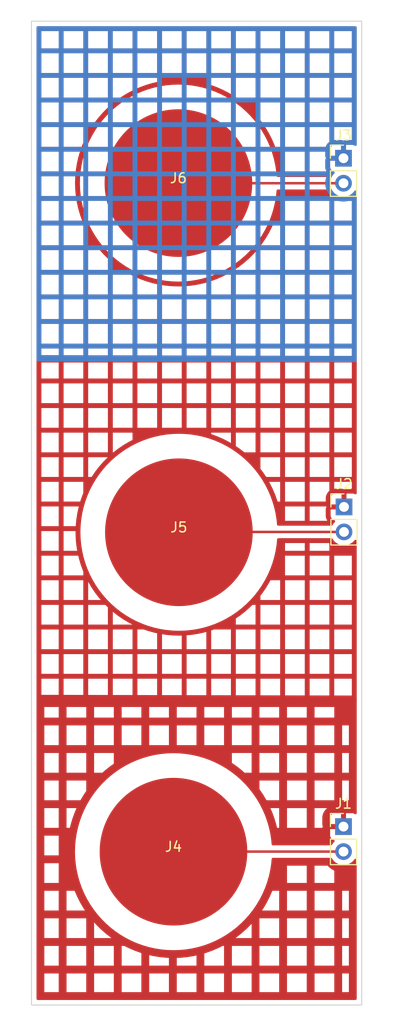
<source format=kicad_pcb>
(kicad_pcb (version 20211014) (generator pcbnew)
  (layers (0 "F.Cu" signal) (31 "B.Cu" signal) (34 "B.Paste" user) (35 "F.Paste" user) (36 "B.SilkS" user "B.Silkscreen") (37 "F.SilkS" user "F.Silkscreen") (38 "B.Mask" user) (39 "F.Mask" user) (44 "Edge.Cuts" user))
  (net 0 "")
  (net 1 "GND")
  (net 2 "Net-(J1-Pad2)")
  (net 3 "Net-(J2-Pad2)")
  (net 4 "Net-(J3-Pad2)")
  (footprint "Connector_PinHeader_2.54mm:PinHeader_1x02_P2.54mm_Vertical" (layer "F.Cu") (at 137.3 105.7)
    (fp_text reference "J2" (at 0 -2.33) (layer "F.SilkS"))
    (fp_text value "Conn_01x02")
    (fp_line (start -1.33 1.27) (end 1.33 1.27) (layer "F.SilkS") (width 0.12))
    (fp_line (start -1.33 0) (end -1.33 -1.33) (layer "F.SilkS") (width 0.12))
    (fp_line (start -1.33 1.27) (end -1.33 3.87) (layer "F.SilkS") (width 0.12))
    (fp_line (start -1.33 3.87) (end 1.33 3.87) (layer "F.SilkS") (width 0.12))
    (fp_line (start -1.33 -1.33) (end 0 -1.33) (layer "F.SilkS") (width 0.12))
    (fp_line (start 1.33 1.27) (end 1.33 3.87) (layer "F.SilkS") (width 0.12))
    (pad "1" thru_hole rect (at 0 0) (size 1.7 1.7) (drill 1) (layers *.Cu *.Mask) (net 1 "GND"))
    (pad "2" thru_hole oval (at 0 2.54) (size 1.7 1.7) (drill 1) (layers *.Cu *.Mask) (net 3 "Net-(J2-Pad2)"))
  )
  (footprint "Connector_PinHeader_2.54mm:PinHeader_1x02_P2.54mm_Vertical" (layer "F.Cu") (at 137.25 138.175)
    (fp_text reference "J1" (at 0 -2.33) (layer "F.SilkS"))
    (fp_text value "Conn_01x02")
    (fp_line (start -1.33 0) (end -1.33 -1.33) (layer "F.SilkS") (width 0.12))
    (fp_line (start 1.33 1.27) (end 1.33 3.87) (layer "F.SilkS") (width 0.12))
    (fp_line (start -1.33 1.27) (end 1.33 1.27) (layer "F.SilkS") (width 0.12))
    (fp_line (start -1.33 -1.33) (end 0 -1.33) (layer "F.SilkS") (width 0.12))
    (fp_line (start -1.33 1.27) (end -1.33 3.87) (layer "F.SilkS") (width 0.12))
    (fp_line (start -1.33 3.87) (end 1.33 3.87) (layer "F.SilkS") (width 0.12))
    (pad "1" thru_hole rect (at 0 0) (size 1.7 1.7) (drill 1) (layers *.Cu *.Mask) (net 1 "GND"))
    (pad "2" thru_hole oval (at 0 2.54) (size 1.7 1.7) (drill 1) (layers *.Cu *.Mask) (net 2 "Net-(J1-Pad2)"))
  )
  (footprint "cacophony-footprints:touch_15mm" (layer "F.Cu") (at 120.525 108.275)
    (fp_text reference "J5" (at 0 -0.5 unlocked) (layer "F.SilkS"))
    (fp_text value "Conn_01x01")
    (pad "1" smd circle (at 0 0) (size 15 15) (layers "F.Cu" "F.Paste" "F.Mask") (net 3 "Net-(J2-Pad2)") (clearance 2.5))
  )
  (footprint "cacophony-footprints:touch_15mm" (layer "F.Cu") (at 119.975 140.725)
    (fp_text reference "J4" (at 0 -0.5 unlocked) (layer "F.SilkS"))
    (fp_text value "Conn_01x01")
    (pad "1" smd circle (at 0 0) (size 15 15) (layers "F.Cu" "F.Paste" "F.Mask") (net 2 "Net-(J1-Pad2)") (clearance 2.5))
  )
  (footprint "Connector_PinHeader_2.54mm:PinHeader_1x02_P2.54mm_Vertical" (layer "F.Cu") (at 137.25 70.275)
    (fp_text reference "J3" (at 0 -2.33) (layer "F.SilkS"))
    (fp_text value "Conn_01x02")
    (fp_line (start -1.33 3.87) (end 1.33 3.87) (layer "F.SilkS") (width 0.12))
    (fp_line (start -1.33 1.27) (end 1.33 1.27) (layer "F.SilkS") (width 0.12))
    (fp_line (start -1.33 0) (end -1.33 -1.33) (layer "F.SilkS") (width 0.12))
    (fp_line (start -1.33 -1.33) (end 0 -1.33) (layer "F.SilkS") (width 0.12))
    (fp_line (start 1.33 1.27) (end 1.33 3.87) (layer "F.SilkS") (width 0.12))
    (fp_line (start -1.33 1.27) (end -1.33 3.87) (layer "F.SilkS") (width 0.12))
    (pad "1" thru_hole rect (at 0 0) (size 1.7 1.7) (drill 1) (layers *.Cu *.Mask) (net 1 "GND"))
    (pad "2" thru_hole oval (at 0 2.54) (size 1.7 1.7) (drill 1) (layers *.Cu *.Mask) (net 4 "Net-(J3-Pad2)"))
  )
  (footprint "cacophony-footprints:touch_15mm" (layer "F.Cu") (at 120.475 72.8)
    (fp_text reference "J6" (at 0 -0.5 unlocked) (layer "F.SilkS"))
    (fp_text value "Conn_01x01")
    (pad "1" smd circle (at 0 0) (size 15 15) (layers "F.Cu" "F.Paste" "F.Mask") (net 4 "Net-(J3-Pad2)") (clearance 2.5))
  )
  (gr_rect (start 105.55 56.35) (end 139.1 156.3) (layer "Edge.Cuts") (width 0.1) (fill none))
  (segment (start 119.985 140.715) (end 119.975 140.725) (width 0.25) (layer "F.Cu") (net 2))
  (segment (start 137.25 140.715) (end 119.985 140.715) (width 0.25) (layer "F.Cu") (net 2))
  (segment (start 137.3 108.24) (end 120.56 108.24) (width 0.25) (layer "F.Cu") (net 3))
  (segment (start 120.56 108.24) (end 120.525 108.275) (width 0.25) (layer "F.Cu") (net 3))
  (segment (start 137.25 72.815) (end 120.49 72.815) (width 0.25) (layer "F.Cu") (net 4))
  (segment (start 120.49 72.815) (end 120.475 72.8) (width 0.25) (layer "F.Cu") (net 4))
  (zone (net 1) (net_name "GND") (layer "F.Cu") (connect_pads (clearance 0.508)) (min_thickness 0.254) (fill yes (mode hatch) (thermal_gap 0.508) (thermal_bridge_width 0.508) (hatch_thickness 0.8) (hatch_gap 2) (hatch_orientation 0) (hatch_border_algorithm hatch_thickness) (hatch_min_hole_area 0.3))
    (polygon (pts (xy 140.05 158.25) (xy 102.35 158.25) (xy 102.35 125.1) (xy 140.05 125.1)))
  )
  (zone (net 1) (net_name "GND") (layer "F.Cu") (connect_pads (clearance 0.508)) (min_thickness 0.254) (fill yes (mode hatch) (thermal_gap 0.508) (thermal_bridge_width 0.508) (hatch_thickness 0.5) (hatch_gap 2) (hatch_orientation 0) (hatch_border_algorithm hatch_thickness) (hatch_min_hole_area 0.3))
    (polygon (pts (xy 143.6 125.5) (xy 104.363674 125.409721) (xy 104.713674 119.259721) (xy 103.5 119.35) (xy 103.5 90.4) (xy 143.6 90.4)))
  )
  (zone (net 1) (net_name "GND") (layers F&B.Cu) (connect_pads (clearance 0.508)) (min_thickness 0.254) (fill yes (mode hatch) (thermal_gap 0.508) (thermal_bridge_width 0.508) (hatch_thickness 0.5) (hatch_gap 2) (hatch_orientation 0) (hatch_border_algorithm hatch_thickness) (hatch_min_hole_area 0.3))
    (polygon (pts (xy 143.55 91) (xy 103.853213 90.899102) (xy 104.203213 83.799102) (xy 103.1 83.9) (xy 103.1 54.2) (xy 143.55 54.2)))
  )
)
</source>
